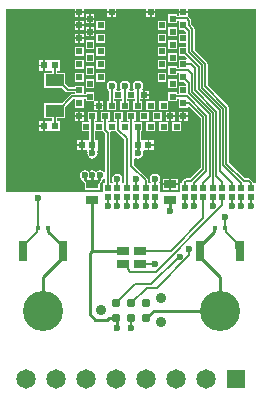
<source format=gtl>
G04*
G04 #@! TF.GenerationSoftware,Altium Limited,Altium Designer,21.6.4 (81)*
G04*
G04 Layer_Physical_Order=1*
G04 Layer_Color=255*
%FSLAX44Y44*%
%MOMM*%
G71*
G04*
G04 #@! TF.SameCoordinates,FA297D3A-E3D9-4574-8739-6FC88F1804E8*
G04*
G04*
G04 #@! TF.FilePolarity,Positive*
G04*
G01*
G75*
%ADD10C,0.2540*%
%ADD14R,0.4900X0.4900*%
%ADD15R,0.5500X0.5200*%
%ADD17R,1.0200X0.6400*%
%ADD18R,0.6200X0.6200*%
%ADD19R,0.3600X0.3500*%
%ADD20R,0.8000X1.7000*%
%ADD21R,1.5500X1.0000*%
%ADD22R,1.0000X0.8000*%
%ADD36C,0.7900*%
%ADD37C,0.1520*%
%ADD38C,0.1524*%
%ADD39C,0.9000*%
%ADD40C,3.4000*%
%ADD41C,1.6500*%
%ADD42R,1.6500X1.6500*%
%ADD43C,0.6000*%
G36*
X215922Y208759D02*
X215020Y207870D01*
X213070D01*
Y208000D01*
X212912Y208792D01*
X212464Y209464D01*
X210714Y211213D01*
X210042Y211662D01*
X209250Y211820D01*
X206053D01*
X192570Y225303D01*
Y271750D01*
X192412Y272542D01*
X191964Y273214D01*
X174570Y290607D01*
Y309000D01*
X174412Y309792D01*
X173964Y310464D01*
X163570Y320857D01*
Y338750D01*
X163412Y339542D01*
X162964Y340214D01*
X160800Y342377D01*
Y345520D01*
X160642Y346312D01*
X160194Y346984D01*
X158464Y348714D01*
X157792Y349162D01*
X157720Y349177D01*
Y351738D01*
X154000D01*
X150280D01*
Y349320D01*
X148720D01*
Y350720D01*
X141280D01*
Y343280D01*
X148720D01*
Y345180D01*
X150280D01*
Y337780D01*
X154793D01*
X156640Y335933D01*
Y334220D01*
X150280D01*
Y326780D01*
X156640D01*
Y323220D01*
X150280D01*
Y315780D01*
X154793D01*
X157083Y313490D01*
X156557Y312220D01*
X150280D01*
Y305320D01*
X148720D01*
Y306720D01*
X141280D01*
Y299280D01*
X148720D01*
Y301180D01*
X150280D01*
Y293780D01*
X154793D01*
X156410Y292163D01*
Y290220D01*
X150280D01*
Y283320D01*
X148720D01*
Y284720D01*
X141280D01*
Y278494D01*
X141280Y278465D01*
X141223Y277277D01*
X140035Y277220D01*
X140006Y277220D01*
X133780D01*
Y269780D01*
X141220D01*
Y276006D01*
X141220Y276035D01*
X141277Y277223D01*
X142465Y277280D01*
X142494Y277280D01*
X148720D01*
Y279180D01*
X150280D01*
Y271780D01*
X157720D01*
Y272057D01*
X158990Y272583D01*
X168560Y263013D01*
Y220487D01*
X159893Y211820D01*
X155890D01*
X155098Y211662D01*
X154427Y211213D01*
X153536Y210323D01*
X153088Y209652D01*
X152930Y208860D01*
Y207870D01*
X150980D01*
Y200130D01*
X149764Y200000D01*
X135236D01*
X134020Y200130D01*
X134020Y201270D01*
Y207870D01*
X134020Y207870D01*
X134020D01*
X133726Y209140D01*
X134022Y209584D01*
X134354Y211250D01*
X134022Y212916D01*
X133078Y214328D01*
X131666Y215272D01*
X130000Y215604D01*
X128334Y215272D01*
X126922Y214328D01*
X125978Y212916D01*
X125646Y211250D01*
X125978Y209584D01*
X126274Y209140D01*
X125596Y207870D01*
X124072D01*
Y210750D01*
X124072Y210750D01*
X123914Y211543D01*
X123465Y212215D01*
X123465Y212215D01*
X112072Y223608D01*
Y228628D01*
X113342Y229307D01*
X113834Y228978D01*
X115500Y228646D01*
X117166Y228978D01*
X118579Y229921D01*
X119522Y231334D01*
X119854Y233000D01*
X119583Y234360D01*
X119685Y234811D01*
X119808Y234977D01*
X120406Y235630D01*
X121140Y235630D01*
X123738D01*
Y240000D01*
Y244370D01*
X121140D01*
X120130Y244370D01*
X118988Y244370D01*
X118090Y245268D01*
Y251780D01*
X119220D01*
Y259220D01*
X112072D01*
Y260780D01*
X113720D01*
Y268220D01*
X106280D01*
Y260780D01*
X107928D01*
Y259220D01*
X101070D01*
Y260780D01*
X102720D01*
Y268220D01*
X95280D01*
Y260780D01*
X96930D01*
Y259220D01*
X90072D01*
Y260780D01*
X91720D01*
Y268220D01*
X84280D01*
Y260780D01*
X85928D01*
Y259220D01*
X79590D01*
Y260780D01*
X80720D01*
Y268220D01*
X73280D01*
Y260780D01*
X74410D01*
Y259220D01*
X67780D01*
Y251780D01*
X74410D01*
Y245268D01*
X73512Y244370D01*
X72630D01*
X71360Y244370D01*
X68762D01*
Y240000D01*
Y235630D01*
X72094D01*
X72692Y234977D01*
X72815Y234811D01*
X72917Y234360D01*
X72646Y233000D01*
X72978Y231334D01*
X73921Y229921D01*
X75334Y228978D01*
X77000Y228646D01*
X78666Y228978D01*
X80078Y229921D01*
X81022Y231334D01*
X81354Y233000D01*
X81083Y234360D01*
X81370Y235630D01*
X81370D01*
Y244370D01*
X79590D01*
Y251780D01*
X86071D01*
X86086Y251707D01*
X86535Y251035D01*
X87928Y249642D01*
Y217845D01*
X86658Y217459D01*
X86579Y217579D01*
X85166Y218522D01*
X83500Y218854D01*
X81834Y218522D01*
X80422Y217579D01*
X80078D01*
X78666Y218522D01*
X77000Y218854D01*
X75334Y218522D01*
X74740Y218126D01*
X73750Y217659D01*
X72760Y218126D01*
X72166Y218522D01*
X70500Y218854D01*
X68834Y218522D01*
X67421Y217579D01*
X66478Y216166D01*
X66146Y214500D01*
X66478Y212834D01*
X67421Y211422D01*
X68603Y210632D01*
X68769Y209797D01*
X69331Y208957D01*
X70630Y207658D01*
Y202380D01*
X83370D01*
Y207658D01*
X84669Y208957D01*
X85231Y209797D01*
X85397Y210632D01*
X86579Y211422D01*
X86658Y211541D01*
X87928Y211155D01*
Y207870D01*
X85980D01*
X85980Y200130D01*
X84764Y200000D01*
X4078D01*
X4078Y355000D01*
X59000D01*
X62280D01*
Y353262D01*
X66000D01*
X69720D01*
Y355000D01*
X89780D01*
Y353262D01*
X93500D01*
X97220D01*
Y355000D01*
X122780Y355000D01*
Y353262D01*
X126500D01*
X130220D01*
Y355000D01*
X150280D01*
Y353262D01*
X154000D01*
X157720D01*
Y355000D01*
X161000D01*
Y355000D01*
X215922D01*
X215922Y208759D01*
D02*
G37*
G36*
X97536Y251287D02*
X103930Y244893D01*
Y207870D01*
X102404D01*
X101726Y209140D01*
X102022Y209584D01*
X102354Y211250D01*
X102022Y212916D01*
X101079Y214328D01*
X99666Y215272D01*
X98000Y215604D01*
X96334Y215272D01*
X94922Y214328D01*
X93978Y212916D01*
X93646Y211250D01*
X93978Y209584D01*
X94274Y209140D01*
X93596Y207870D01*
X92072D01*
Y250500D01*
X92070Y250510D01*
X92993Y251771D01*
X93013Y251780D01*
X97207D01*
X97536Y251287D01*
D02*
G37*
%LPC*%
G36*
X130220Y351738D02*
X127262D01*
Y348780D01*
X130220D01*
Y351738D01*
D02*
G37*
G36*
X125738D02*
X122780D01*
Y348780D01*
X125738D01*
Y351738D01*
D02*
G37*
G36*
X97220Y351738D02*
X94262D01*
Y348780D01*
X97220D01*
Y351738D01*
D02*
G37*
G36*
X92738D02*
X89780D01*
Y348780D01*
X92738D01*
Y351738D01*
D02*
G37*
G36*
X69720Y351738D02*
X66762D01*
Y348780D01*
X69720D01*
Y351738D01*
D02*
G37*
G36*
X65238D02*
X62280D01*
Y348780D01*
X65238D01*
Y351738D01*
D02*
G37*
G36*
X78720Y350720D02*
X75762D01*
Y347762D01*
X78720D01*
Y350720D01*
D02*
G37*
G36*
X74238D02*
X71280D01*
Y347762D01*
X74238D01*
Y350720D01*
D02*
G37*
G36*
X78720Y346238D02*
X75762D01*
Y343280D01*
X78720D01*
Y346238D01*
D02*
G37*
G36*
X74238D02*
X71280D01*
Y343280D01*
X74238D01*
Y346238D01*
D02*
G37*
G36*
X69720Y345220D02*
X66762D01*
Y342262D01*
X69720D01*
Y345220D01*
D02*
G37*
G36*
X65238D02*
X62280D01*
Y342262D01*
X65238D01*
Y345220D01*
D02*
G37*
G36*
X139720D02*
X132280D01*
Y337780D01*
X139720D01*
Y345220D01*
D02*
G37*
G36*
X87720D02*
X80280D01*
Y337780D01*
X87720D01*
Y345220D01*
D02*
G37*
G36*
X69720Y340738D02*
X66762D01*
Y337780D01*
X69720D01*
Y340738D01*
D02*
G37*
G36*
X65238D02*
X62280D01*
Y337780D01*
X65238D01*
Y340738D01*
D02*
G37*
G36*
X78720Y339720D02*
X75762D01*
Y336762D01*
X78720D01*
Y339720D01*
D02*
G37*
G36*
X74238D02*
X71280D01*
Y336762D01*
X74238D01*
Y339720D01*
D02*
G37*
G36*
X148720D02*
X141280D01*
Y332280D01*
X148720D01*
Y339720D01*
D02*
G37*
G36*
X78720Y335238D02*
X75762D01*
Y332280D01*
X78720D01*
Y335238D01*
D02*
G37*
G36*
X74238D02*
X71280D01*
Y332280D01*
X74238D01*
Y335238D01*
D02*
G37*
G36*
X69720Y334220D02*
X66762D01*
Y331262D01*
X69720D01*
Y334220D01*
D02*
G37*
G36*
X65238D02*
X62280D01*
Y331262D01*
X65238D01*
Y334220D01*
D02*
G37*
G36*
X139720D02*
X132280D01*
Y326780D01*
X139720D01*
Y334220D01*
D02*
G37*
G36*
X87720D02*
X80280D01*
Y326780D01*
X87720D01*
Y334220D01*
D02*
G37*
G36*
X69720Y329738D02*
X66762D01*
Y326780D01*
X69720D01*
Y329738D01*
D02*
G37*
G36*
X65238D02*
X62280D01*
Y326780D01*
X65238D01*
Y329738D01*
D02*
G37*
G36*
X148720Y328720D02*
X141280D01*
Y321280D01*
X148720D01*
Y328720D01*
D02*
G37*
G36*
X78720D02*
X71280D01*
Y321280D01*
X78720D01*
Y328720D01*
D02*
G37*
G36*
X139720Y323220D02*
X132280D01*
Y315780D01*
X139720D01*
Y323220D01*
D02*
G37*
G36*
X87720D02*
X80280D01*
Y315780D01*
X87720D01*
Y323220D01*
D02*
G37*
G36*
X69720D02*
X62280D01*
Y315780D01*
X69720D01*
Y323220D01*
D02*
G37*
G36*
X148720Y317720D02*
X141280D01*
Y310280D01*
X148720D01*
Y317720D01*
D02*
G37*
G36*
X78720D02*
X71280D01*
Y310280D01*
X78720D01*
Y317720D01*
D02*
G37*
G36*
X35238Y311870D02*
X31630D01*
Y308262D01*
X35238D01*
Y311870D01*
D02*
G37*
G36*
X139720Y312220D02*
X132280D01*
Y304780D01*
X139720D01*
Y312220D01*
D02*
G37*
G36*
X87720D02*
X80280D01*
Y304780D01*
X87720D01*
Y312220D01*
D02*
G37*
G36*
X69720D02*
X62280D01*
Y304780D01*
X69720D01*
Y312220D01*
D02*
G37*
G36*
X35238Y306738D02*
X31630D01*
Y303130D01*
X35238D01*
Y306738D01*
D02*
G37*
G36*
X78720Y306720D02*
X71280D01*
Y299280D01*
X78720D01*
Y306720D01*
D02*
G37*
G36*
X139720Y301220D02*
X132280D01*
Y293780D01*
X139720D01*
Y301220D01*
D02*
G37*
G36*
X87720D02*
X80280D01*
Y293780D01*
X87720D01*
Y301220D01*
D02*
G37*
G36*
X69720D02*
X62280D01*
Y293780D01*
X69720D01*
Y301220D01*
D02*
G37*
G36*
X78720Y295720D02*
X71280D01*
Y288280D01*
X78720D01*
Y295720D01*
D02*
G37*
G36*
X148720Y295720D02*
X141280D01*
Y288280D01*
X148720D01*
Y295720D01*
D02*
G37*
G36*
X115500Y294354D02*
X113834Y294022D01*
X112422Y293078D01*
X111478Y291666D01*
X111146Y290000D01*
X111478Y288334D01*
X112042Y287490D01*
X111363Y286220D01*
X108637D01*
X107958Y287490D01*
X108522Y288334D01*
X108854Y290000D01*
X108522Y291666D01*
X107578Y293078D01*
X106166Y294022D01*
X104500Y294354D01*
X102834Y294022D01*
X101421Y293078D01*
X100478Y291666D01*
X100146Y290000D01*
X100478Y288334D01*
X101042Y287490D01*
X100363Y286220D01*
X97637D01*
X96958Y287490D01*
X97522Y288334D01*
X97854Y290000D01*
X97522Y291666D01*
X96579Y293078D01*
X95166Y294022D01*
X93500Y294354D01*
X91834Y294022D01*
X90421Y293078D01*
X89478Y291666D01*
X89146Y290000D01*
X89478Y288334D01*
X90421Y286922D01*
X91430Y286248D01*
Y277220D01*
X89780D01*
Y269780D01*
X97220D01*
Y277220D01*
X95570D01*
Y278780D01*
X102430D01*
Y277220D01*
X100780D01*
Y269780D01*
X108220D01*
Y277220D01*
X106570D01*
Y278780D01*
X113430D01*
Y277220D01*
X111780D01*
Y269780D01*
X119220D01*
Y277220D01*
X117570D01*
Y278780D01*
X120238D01*
Y282500D01*
Y286220D01*
X119637D01*
X118958Y287490D01*
X119522Y288334D01*
X119854Y290000D01*
X119522Y291666D01*
X118579Y293078D01*
X117166Y294022D01*
X115500Y294354D01*
D02*
G37*
G36*
X124720Y286220D02*
X121762D01*
Y283262D01*
X124720D01*
Y286220D01*
D02*
G37*
G36*
Y281738D02*
X121762D01*
Y278780D01*
X124720D01*
Y281738D01*
D02*
G37*
G36*
X83262Y277220D02*
Y274262D01*
X86220D01*
Y277220D01*
X83262D01*
D02*
G37*
G36*
X40630Y311870D02*
X39360Y311870D01*
X36762D01*
Y307500D01*
Y303130D01*
X39360D01*
X40370Y303130D01*
X41640Y303130D01*
X42928D01*
Y301270D01*
X35980D01*
Y288730D01*
X51090D01*
X54535Y285285D01*
X54535Y285285D01*
X55207Y284836D01*
X56000Y284678D01*
X56000Y284678D01*
X62280D01*
Y283320D01*
X60000D01*
X59208Y283162D01*
X58537Y282714D01*
X51093Y275270D01*
X35980D01*
Y262730D01*
X42790D01*
X42872Y261460D01*
X42032Y260620D01*
X40630Y260620D01*
X39360Y260620D01*
X36762D01*
Y256250D01*
Y251880D01*
X39360D01*
X40370Y251880D01*
X41640Y251880D01*
X49370D01*
Y260620D01*
X47070D01*
Y262730D01*
X54020D01*
Y272343D01*
X60857Y279180D01*
X62280D01*
Y271780D01*
X69720D01*
Y279180D01*
X71280D01*
Y277280D01*
X77506D01*
X77536Y277280D01*
X78723Y277223D01*
X78780Y276035D01*
X78780Y276006D01*
Y274262D01*
X81738D01*
Y277220D01*
X79994D01*
X79964Y277220D01*
X78777Y277277D01*
X78720Y278465D01*
X78720Y278494D01*
Y284720D01*
X71280D01*
Y283320D01*
X69720D01*
Y290220D01*
X62280D01*
Y288822D01*
X56858D01*
X54020Y291660D01*
Y301270D01*
X47072D01*
Y303130D01*
X49370D01*
Y311870D01*
X40630Y311870D01*
D02*
G37*
G36*
X130220Y277220D02*
X122780D01*
Y269780D01*
X130220D01*
Y277220D01*
D02*
G37*
G36*
X86220Y272738D02*
X83262D01*
Y269780D01*
X86220D01*
Y272738D01*
D02*
G37*
G36*
X81738D02*
X78780D01*
Y269780D01*
X81738D01*
Y272738D01*
D02*
G37*
G36*
X157720Y268220D02*
X154762D01*
Y265262D01*
X157720D01*
Y268220D01*
D02*
G37*
G36*
X146720D02*
X143762D01*
Y265262D01*
X146720D01*
Y268220D01*
D02*
G37*
G36*
X153238D02*
X150280D01*
Y265262D01*
X153238D01*
Y268220D01*
D02*
G37*
G36*
X142238D02*
X139280D01*
Y265262D01*
X142238D01*
Y268220D01*
D02*
G37*
G36*
X69720D02*
X66762D01*
Y265262D01*
X69720D01*
Y268220D01*
D02*
G37*
G36*
X65238D02*
X62280D01*
Y265262D01*
X65238D01*
Y268220D01*
D02*
G37*
G36*
X157720Y263738D02*
X154762D01*
Y260780D01*
X157720D01*
Y263738D01*
D02*
G37*
G36*
X153238D02*
X150280D01*
Y260780D01*
X153238D01*
Y263738D01*
D02*
G37*
G36*
X146720D02*
X143762D01*
Y260780D01*
X146720D01*
Y263738D01*
D02*
G37*
G36*
X142238D02*
X139280D01*
Y260780D01*
X142238D01*
Y263738D01*
D02*
G37*
G36*
X135720Y268220D02*
X128280D01*
Y260780D01*
X135720D01*
Y268220D01*
D02*
G37*
G36*
X124720D02*
X117280D01*
Y260780D01*
X124720D01*
Y268220D01*
D02*
G37*
G36*
X69720Y263738D02*
X66762D01*
Y260780D01*
X69720D01*
Y263738D01*
D02*
G37*
G36*
X65238D02*
X62280D01*
Y260780D01*
X65238D01*
Y263738D01*
D02*
G37*
G36*
X35238Y260620D02*
X31630D01*
Y257012D01*
X35238D01*
Y260620D01*
D02*
G37*
G36*
Y255488D02*
X31630D01*
Y251880D01*
X35238D01*
Y255488D01*
D02*
G37*
G36*
X152220Y259220D02*
X144780D01*
Y251780D01*
X152220D01*
Y259220D01*
D02*
G37*
G36*
X141220D02*
X133780D01*
Y251780D01*
X141220D01*
Y259220D01*
D02*
G37*
G36*
X130220D02*
X122780D01*
Y251780D01*
X130220D01*
Y259220D01*
D02*
G37*
G36*
X125262Y244370D02*
Y240762D01*
X128870D01*
Y244370D01*
X125262D01*
D02*
G37*
G36*
X67238D02*
X63630D01*
Y240762D01*
X67238D01*
Y244370D01*
D02*
G37*
G36*
X128870Y239238D02*
X125262D01*
Y235630D01*
X128870D01*
Y239238D01*
D02*
G37*
G36*
X67238Y239238D02*
X63630D01*
Y235630D01*
X67238D01*
Y239238D01*
D02*
G37*
G36*
X149370Y211320D02*
X143762D01*
Y207612D01*
X149370D01*
Y211320D01*
D02*
G37*
G36*
X142238D02*
X136630D01*
Y207612D01*
X142238D01*
Y211320D01*
D02*
G37*
G36*
X149370Y206088D02*
X143762D01*
Y202380D01*
X149370D01*
Y206088D01*
D02*
G37*
G36*
X142238D02*
X136630D01*
Y202380D01*
X142238D01*
Y206088D01*
D02*
G37*
%LPD*%
D10*
X77000Y150500D02*
X102500D01*
X102500Y150500D01*
X75110Y96640D02*
Y148610D01*
X77000Y150500D02*
Y193150D01*
X75110Y148610D02*
X77000Y150500D01*
X97500Y85000D02*
Y93550D01*
X75100Y206850D02*
X77000D01*
X71162Y210788D02*
X75100Y206850D01*
X71162Y210788D02*
Y213838D01*
X70500Y214500D02*
X71162Y213838D01*
X77000Y206850D02*
Y214500D01*
Y206850D02*
X78900D01*
X82838Y210788D01*
Y213838D01*
X83500Y214500D01*
X143000Y184000D02*
Y193150D01*
X52000Y150000D02*
Y154500D01*
X39730Y166770D02*
X52000Y154500D01*
X39730Y166770D02*
Y169520D01*
X39250Y170000D02*
X39730Y169520D01*
X39200Y170000D02*
X39250D01*
X168000Y150000D02*
Y154500D01*
X180270Y166770D01*
Y169520D01*
X180750Y170000D01*
X180800D01*
X128950Y100000D02*
X185000D01*
X122700Y93750D02*
X128950Y100000D01*
X52000Y145500D02*
Y150000D01*
X35000Y128500D02*
X52000Y145500D01*
X35000Y100000D02*
Y128500D01*
X168000Y145500D02*
Y150000D01*
Y145500D02*
X185000Y128500D01*
Y100000D02*
Y128500D01*
X77000Y233000D02*
Y264500D01*
X115500Y233000D02*
Y255500D01*
X77000Y264500D02*
X77000Y264500D01*
X89750Y92250D02*
X91250Y93750D01*
X75110Y96640D02*
X79500Y92250D01*
X89750D01*
X91250Y93750D02*
X97300D01*
X97500Y93550D01*
D14*
X145000Y347000D02*
D03*
Y336000D02*
D03*
Y325000D02*
D03*
Y314000D02*
D03*
Y303000D02*
D03*
Y292000D02*
D03*
Y281000D02*
D03*
X154000Y352500D02*
D03*
Y341500D02*
D03*
Y330500D02*
D03*
Y319500D02*
D03*
Y308500D02*
D03*
Y297500D02*
D03*
Y286500D02*
D03*
Y275500D02*
D03*
X137500Y273500D02*
D03*
X126500D02*
D03*
X115500D02*
D03*
X104500D02*
D03*
X93500D02*
D03*
X82500D02*
D03*
X154000Y264500D02*
D03*
X143000D02*
D03*
X132000D02*
D03*
X121000D02*
D03*
X110000D02*
D03*
X99000D02*
D03*
X88000D02*
D03*
X77000D02*
D03*
X66000D02*
D03*
Y352500D02*
D03*
X75000Y347000D02*
D03*
X66000Y341500D02*
D03*
Y330500D02*
D03*
Y319500D02*
D03*
Y308500D02*
D03*
Y297500D02*
D03*
Y286500D02*
D03*
Y275500D02*
D03*
X75000Y336000D02*
D03*
Y325000D02*
D03*
Y314000D02*
D03*
Y303000D02*
D03*
Y292000D02*
D03*
Y281000D02*
D03*
X126500Y352500D02*
D03*
X93500D02*
D03*
X84000Y341500D02*
D03*
Y330500D02*
D03*
Y319500D02*
D03*
Y308500D02*
D03*
Y297500D02*
D03*
X99000Y282500D02*
D03*
X110000D02*
D03*
X121000D02*
D03*
X136000Y297500D02*
D03*
Y308500D02*
D03*
Y319500D02*
D03*
Y330500D02*
D03*
Y341500D02*
D03*
X71500Y255500D02*
D03*
X82500D02*
D03*
X93500D02*
D03*
X104500D02*
D03*
X115500D02*
D03*
X126500D02*
D03*
X137500D02*
D03*
X148500D02*
D03*
D15*
X122000Y204000D02*
D03*
Y196000D02*
D03*
X106000Y204000D02*
D03*
Y196000D02*
D03*
X90000Y204000D02*
D03*
Y196000D02*
D03*
X130000Y204000D02*
D03*
Y196000D02*
D03*
X114000Y204000D02*
D03*
Y196000D02*
D03*
X98000Y204000D02*
D03*
Y196000D02*
D03*
X155000D02*
D03*
Y204000D02*
D03*
X163000Y196000D02*
D03*
Y204000D02*
D03*
X195000Y196000D02*
D03*
Y204000D02*
D03*
X203000Y196000D02*
D03*
Y204000D02*
D03*
X211000Y196000D02*
D03*
Y204000D02*
D03*
X171000Y196000D02*
D03*
Y204000D02*
D03*
X179000Y196000D02*
D03*
Y204000D02*
D03*
X187000Y196000D02*
D03*
Y204000D02*
D03*
D17*
X143000Y193150D02*
D03*
Y206850D02*
D03*
X77000Y193150D02*
D03*
Y206850D02*
D03*
D18*
X124500Y240000D02*
D03*
X115500D02*
D03*
X68000D02*
D03*
X77000D02*
D03*
X36000Y256250D02*
D03*
X45000D02*
D03*
X36000Y307500D02*
D03*
X45000D02*
D03*
D19*
X189200Y170000D02*
D03*
X180800D02*
D03*
X39200Y170000D02*
D03*
X30800D02*
D03*
D20*
X168000Y150000D02*
D03*
X202000D02*
D03*
X18000D02*
D03*
X52000D02*
D03*
D21*
X45000Y295000D02*
D03*
Y269000D02*
D03*
D22*
X102500Y150500D02*
D03*
X117500D02*
D03*
Y139500D02*
D03*
X102500D02*
D03*
D36*
X122700Y106450D02*
D03*
Y93750D02*
D03*
X110000Y106450D02*
D03*
Y93750D02*
D03*
X97300Y106450D02*
D03*
Y93750D02*
D03*
D37*
X117500Y150500D02*
X143500D01*
X171000Y178000D02*
Y196000D01*
X143500Y150500D02*
X171000Y178000D01*
X102500Y139500D02*
X103500D01*
X106740Y136260D01*
Y135260D02*
Y136260D01*
Y135260D02*
X109000Y133000D01*
X130500D01*
X180000Y182500D02*
X180000D01*
X130500Y133000D02*
X180000Y182500D01*
X180000D02*
X187000Y189500D01*
X117500Y139500D02*
X129750D01*
X30750Y170050D02*
Y195000D01*
Y170050D02*
X30800Y170000D01*
X189200Y170000D02*
X189225Y170025D01*
Y178725D02*
X189250Y178750D01*
X189225Y170025D02*
Y178725D01*
X211000Y188750D02*
Y196000D01*
X203000Y188750D02*
Y196000D01*
X130000Y188750D02*
Y196000D01*
X127000Y122500D02*
X150175Y145675D01*
X158984Y146720D02*
Y151984D01*
X150175Y145675D02*
X150825D01*
X158984Y151984D02*
X159000Y152000D01*
X131724Y119460D02*
X158984Y146720D01*
X123010Y119460D02*
X131724D01*
X106000Y188750D02*
Y196000D01*
X179000Y188750D02*
Y196000D01*
X187000Y189500D02*
Y196000D01*
X163000Y188750D02*
Y196000D01*
X194942Y188643D02*
X195000Y188702D01*
Y196000D01*
X155000Y188750D02*
Y196000D01*
X113350Y122500D02*
X127000D01*
X110000Y85000D02*
Y93750D01*
X122000Y188750D02*
Y196000D01*
X106000Y204000D02*
Y245750D01*
X99000Y252750D02*
Y264500D01*
Y252750D02*
X106000Y245750D01*
X154000Y341500D02*
Y341750D01*
X158730Y341520D02*
X161500Y338750D01*
Y320000D02*
X172500Y309000D01*
X161500Y320000D02*
Y338750D01*
X154000Y341500D02*
X158710Y336790D01*
Y318844D02*
Y336790D01*
Y318844D02*
X169710Y307844D01*
X172500Y289750D02*
Y309000D01*
X169710Y288594D02*
Y307844D01*
X154000Y308750D02*
X160750D01*
X164130Y286283D02*
Y305370D01*
X160750Y308750D02*
X164130Y305370D01*
X154000Y319500D02*
X166920Y306580D01*
Y287439D02*
Y306580D01*
X130000Y204000D02*
Y211250D01*
X115500Y273500D02*
Y290000D01*
X114000Y204000D02*
Y211250D01*
X104500Y273500D02*
Y290000D01*
X104500Y290000D02*
X104500Y290000D01*
X93500Y273500D02*
Y290000D01*
X98000Y204000D02*
Y211250D01*
X160750Y209750D02*
X170630Y219630D01*
X155000Y204000D02*
Y208860D01*
X155890Y209750D01*
X160750D01*
X205196D02*
X209250D01*
X211000Y208000D01*
Y204000D02*
Y208000D01*
X170630Y219630D02*
Y263870D01*
X157196Y281250D02*
X173420Y265026D01*
X163000Y208000D02*
X173420Y218420D01*
X163000Y204000D02*
Y208000D01*
X173420Y218420D02*
Y265026D01*
X171000Y208250D02*
X176210Y213460D01*
Y266312D01*
X158480Y284042D02*
X176210Y266312D01*
X171000Y204000D02*
Y208250D01*
X190500Y224446D02*
X205196Y209750D01*
X187580Y223420D02*
Y270724D01*
X190500Y224446D02*
Y271750D01*
X187580Y223420D02*
X203000Y208000D01*
Y204000D02*
Y208000D01*
X184790Y218210D02*
Y269569D01*
Y218210D02*
X195000Y208000D01*
Y204000D02*
Y208000D01*
X187000Y204000D02*
Y208500D01*
X182000Y213500D02*
Y268413D01*
Y213500D02*
X187000Y208500D01*
X158750Y275750D02*
X170630Y263870D01*
X172500Y289750D02*
X190500Y271750D01*
X166920Y287439D02*
X184790Y269569D01*
X169710Y288594D02*
X187580Y270724D01*
X164130Y286283D02*
X182000Y268413D01*
X161340Y285127D02*
X179000Y267467D01*
Y204000D02*
Y267467D01*
X154000Y275750D02*
X158750D01*
X145000Y281250D02*
X157196D01*
X161340Y285127D02*
Y300160D01*
X158480Y284042D02*
Y293020D01*
X158250Y303250D02*
X161340Y300160D01*
X154000Y297500D02*
X158480Y293020D01*
X158730Y341520D02*
Y345520D01*
X145000Y347250D02*
X157000D01*
X158730Y345520D01*
X198760Y153240D02*
X202000Y150000D01*
X190240Y166260D02*
Y169010D01*
Y166260D02*
X198760Y157740D01*
Y153240D02*
Y157740D01*
X145000Y303250D02*
X158250D01*
X47750Y269000D02*
X60000Y281250D01*
X75000D02*
X75000Y281250D01*
X60000Y281250D02*
X75000D01*
X189200Y170000D02*
X189250D01*
X110000Y106450D02*
X123010Y119460D01*
X97300Y106450D02*
X113350Y122500D01*
X189250Y170000D02*
X190240Y169010D01*
X18000Y150000D02*
Y154500D01*
X29760Y166260D01*
Y169010D01*
X30750Y170000D01*
X30800D01*
X45000Y256250D02*
Y269000D01*
X45000Y256250D02*
X45000Y256250D01*
Y269000D02*
X47750D01*
D38*
X114000Y188750D02*
Y196000D01*
X98000Y188750D02*
Y196000D01*
X90000Y188750D02*
Y196000D01*
X88000Y252500D02*
X90000Y250500D01*
Y204000D02*
Y250500D01*
X88000Y252500D02*
Y264500D01*
X122000Y204000D02*
Y210750D01*
X110000Y222750D02*
X122000Y210750D01*
X110000Y222750D02*
Y264500D01*
X47750Y295000D02*
X56000Y286750D01*
X66000D01*
X45000Y295000D02*
Y307500D01*
X45000Y307500D02*
X45000Y307500D01*
Y295000D02*
X47750D01*
D39*
X135400Y89940D02*
D03*
Y110260D02*
D03*
X84600Y100100D02*
D03*
D40*
X185000Y100000D02*
D03*
X35000D02*
D03*
D41*
X21100Y42200D02*
D03*
X46500D02*
D03*
X148100D02*
D03*
X173500D02*
D03*
X122700D02*
D03*
X97300D02*
D03*
X71900D02*
D03*
D42*
X198900D02*
D03*
D43*
X129750Y139500D02*
D03*
X97500Y85000D02*
D03*
X30750Y195000D02*
D03*
X189250Y178750D02*
D03*
X136750Y214500D02*
D03*
X149250D02*
D03*
X155000Y216500D02*
D03*
X143000Y214500D02*
D03*
X58250Y294500D02*
D03*
X50000Y282000D02*
D03*
X35000D02*
D03*
X35000Y216500D02*
D03*
X20000D02*
D03*
X7500Y203500D02*
D03*
X20000D02*
D03*
X35000D02*
D03*
X50000D02*
D03*
X65000D02*
D03*
X99000Y240750D02*
D03*
Y222500D02*
D03*
X50000Y216500D02*
D03*
X7500Y231500D02*
D03*
Y246500D02*
D03*
Y261500D02*
D03*
Y276500D02*
D03*
Y291500D02*
D03*
Y306500D02*
D03*
Y321500D02*
D03*
Y336500D02*
D03*
Y351500D02*
D03*
Y216500D02*
D03*
X212500D02*
D03*
X82750Y280500D02*
D03*
X130250Y282500D02*
D03*
X200000Y351500D02*
D03*
Y336500D02*
D03*
Y321500D02*
D03*
Y306500D02*
D03*
Y291500D02*
D03*
Y276500D02*
D03*
Y261500D02*
D03*
Y246500D02*
D03*
Y231500D02*
D03*
X185000Y351500D02*
D03*
Y336500D02*
D03*
Y321500D02*
D03*
Y306500D02*
D03*
Y291500D02*
D03*
X170000Y351500D02*
D03*
Y336500D02*
D03*
Y321500D02*
D03*
X155000Y246500D02*
D03*
Y231500D02*
D03*
X140000Y246500D02*
D03*
Y231500D02*
D03*
X125000Y336500D02*
D03*
Y321500D02*
D03*
Y306500D02*
D03*
Y291500D02*
D03*
X110000Y351500D02*
D03*
Y336500D02*
D03*
Y321500D02*
D03*
Y306500D02*
D03*
X95000Y336500D02*
D03*
Y321500D02*
D03*
Y306500D02*
D03*
X65000Y231500D02*
D03*
X50000Y351500D02*
D03*
Y336500D02*
D03*
Y321500D02*
D03*
Y246500D02*
D03*
Y231500D02*
D03*
X35000Y351500D02*
D03*
Y336500D02*
D03*
Y321500D02*
D03*
Y246500D02*
D03*
Y231500D02*
D03*
X20000Y351500D02*
D03*
Y336500D02*
D03*
Y321500D02*
D03*
Y306500D02*
D03*
Y291500D02*
D03*
Y276500D02*
D03*
Y261500D02*
D03*
Y246500D02*
D03*
Y231500D02*
D03*
X70500Y214500D02*
D03*
X83500D02*
D03*
X77000D02*
D03*
X143000Y184000D02*
D03*
X130000Y188750D02*
D03*
X150825Y145675D02*
D03*
X159000Y152000D02*
D03*
X179000Y188750D02*
D03*
X163000D02*
D03*
X194942Y188643D02*
D03*
X155000Y188750D02*
D03*
X110000Y85000D02*
D03*
X203000Y188750D02*
D03*
X211000D02*
D03*
X122000D02*
D03*
X114000D02*
D03*
X106000D02*
D03*
X98000D02*
D03*
X90000D02*
D03*
X130000Y211250D02*
D03*
X115500Y290000D02*
D03*
X114000Y211250D02*
D03*
X104500Y290000D02*
D03*
X93500D02*
D03*
X98000Y211250D02*
D03*
X115500Y233000D02*
D03*
X161000Y264750D02*
D03*
X145750Y273250D02*
D03*
X77000Y233000D02*
D03*
X155500Y257250D02*
D03*
X63750Y257000D02*
D03*
X58750Y264500D02*
D03*
X74250Y272750D02*
D03*
X59250Y330750D02*
D03*
X56000Y308750D02*
D03*
X133250Y351500D02*
D03*
X119750D02*
D03*
X100250D02*
D03*
X86750D02*
D03*
X160750D02*
D03*
X81750Y348500D02*
D03*
X59000Y341500D02*
D03*
Y351500D02*
D03*
X212500D02*
D03*
Y336500D02*
D03*
Y321500D02*
D03*
Y306500D02*
D03*
Y291500D02*
D03*
Y276500D02*
D03*
Y261500D02*
D03*
Y246500D02*
D03*
Y231500D02*
D03*
M02*

</source>
